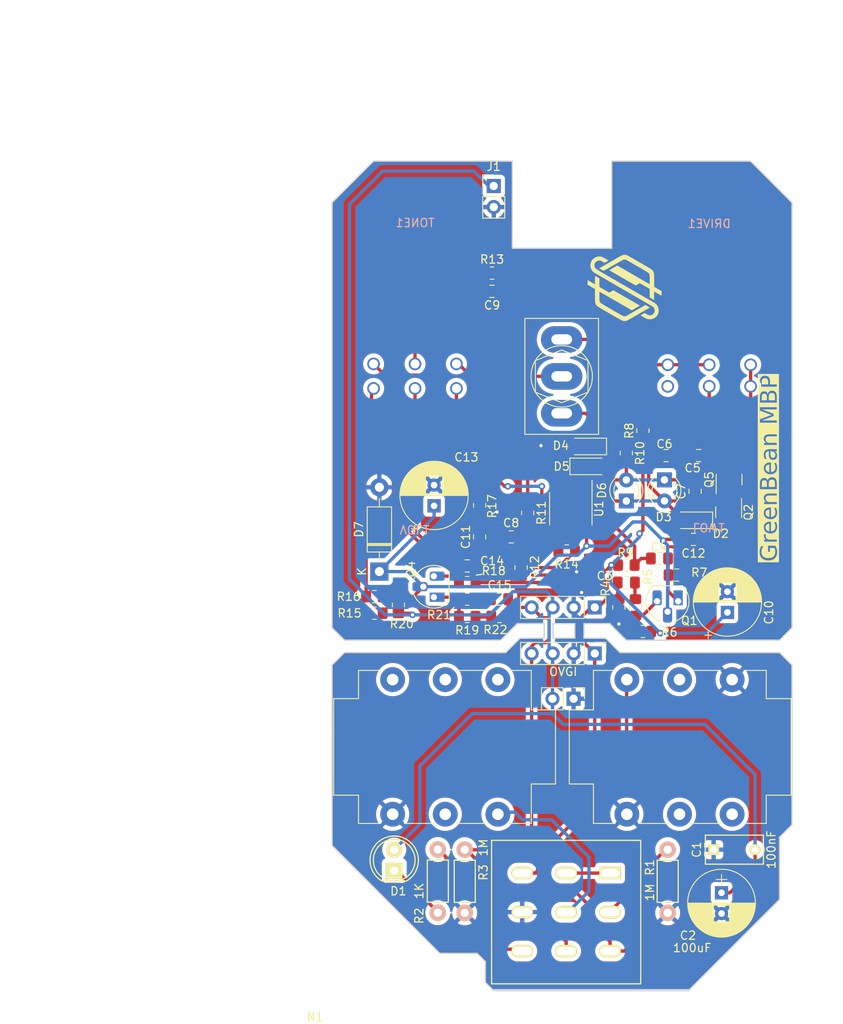
<source format=kicad_pcb>
(kicad_pcb (version 20221018) (generator pcbnew)
  (layers (0 "F.Cu" signal) (31 "B.Cu" signal) (34 "B.Paste" user) (35 "F.Paste" user) (36 "B.SilkS" user "B.Silkscreen") (37 "F.SilkS" user "F.Silkscreen") (38 "B.Mask" user) (39 "F.Mask" user) (44 "Edge.Cuts" user))
  (net 0 "")
  (net 1 "GND")
  (net 2 "+9V")
  (net 3 "Net-(D1-K)")
  (net 4 "O")
  (net 5 "I")
  (net 6 "Net-(SW1C-C)")
  (net 7 "Net-(C3-Pad2)")
  (net 8 "Net-(Q1-E)")
  (net 9 "Net-(U1A-+)")
  (net 10 "Net-(SW1A-A)")
  (net 14 "Net-(SW1A-B)")
  (net 18 "Net-(SW1B-B)")
  (net 20 "Net-(C5-Pad1)")
  (net 21 "Net-(C5-Pad2)")
  (net 22 "A")
  (net 23 "B")
  (net 24 "Net-(U1B-+)")
  (net 25 "Net-(C9-Pad1)")
  (net 26 "Net-(C9-Pad2)")
  (net 27 "VB")
  (net 28 "Net-(C11-Pad1)")
  (net 29 "Net-(C11-Pad2)")
  (net 30 "VC")
  (net 31 "Net-(C14-Pad1)")
  (net 32 "Net-(Q4-B)")
  (net 33 "Net-(C15-Pad1)")
  (net 34 "Net-(D2-K)")
  (net 35 "Net-(D4-K)")
  (net 36 "Net-(DRIVE1-Pad2)")
  (net 38 "Net-(Q1-B)")
  (net 39 "Net-(Q4-E)")
  (net 40 "Net-(U1B--)")
  (net 41 "Net-(R17-Pad2)")
  (net 42 "Net-(Q2-D)")
  (footprint "Pedal-Components:3PDT-Footswitch" (layer "F.Cu") (at 143.25 142.525 180)
    (fp_text reference "SW1" hide)
    (fp_text value "SW_3PDT" hide)
  )
  (footprint "Connector_Audio:Jack_6.35mm_Neutrik_NMJ6HCD2_Horizontal" (layer "F.Cu") (at 135.01 130.73 180)
    (fp_text reference "J3" hide)
    (fp_text value "NMJ6HCD2")
  )
  (footprint "Connector_PinHeader_2.54mm:PinHeader_1x02_P2.54mm_Vertical" (layer "F.Cu") (at 134.51 55)
    (fp_text reference "J1")
    (fp_text value "V+ GND")
  )
  (footprint "Pin_Headers:Pin_Header_Straight_1x04_Pitch2.54mm" (layer "F.Cu") (at 146.7 111.35 -90)
    (fp_text reference "JOVGI1" hide)
    (fp_text value "OVGI")
  )
  (footprint "Pin_Headers:Pin_Header_Straight_1x04_Pitch2.54mm" (layer "F.Cu") (at 146.7 105.8 -90)
    (fp_text reference "JOVGI2" hide)
    (fp_text value "OVGI" hide)
  )
  (footprint "Capacitors_THT:CP_Radial_D8.0mm_P2.50mm" (layer "F.Cu") (at 162 140.2 -90)
    (fp_text reference "C2")
    (fp_text value "100uF")
  )
  (footprint "LEDs:LED-5MM" (layer "F.Cu") (at 122.5 137.54 90)
    (fp_text reference "D1")
    (fp_text value "LED" hide)
  )
  (footprint "Resistors_ThroughHole:Resistor_Horizontal_RM7mm" (layer "F.Cu") (at 155.5 135 -90)
    (fp_text reference "R1")
    (fp_text value "1M")
  )
  (footprint "Resistors_ThroughHole:Resistor_Horizontal_RM7mm" (layer "F.Cu") (at 127.76 142.6 90)
    (fp_text reference "R2")
    (fp_text value "1K")
  )
  (footprint "Resistors_ThroughHole:Resistor_Horizontal_RM7mm" (layer "F.Cu") (at 131.01 135 -90)
    (fp_text reference "R3")
    (fp_text value "1M")
  )
  (footprint "Capacitors_ThroughHole:C_Rect_L7_W3.5_P5" (layer "F.Cu") (at 161.05 135)
    (fp_text reference "C1")
    (fp_text value "100nF")
  )
  (footprint "Connector_PinHeader_2.54mm:PinHeader_1x02_P2.54mm_Vertical" (layer "F.Cu") (at 144.14 116.81 -90)
    (fp_text reference "J4" hide)
    (fp_text value "V+ GND")
  )
  (footprint "Connector_Audio:Jack_6.35mm_Neutrik_NMJ6HCD2_Horizontal" (layer "F.Cu") (at 150.575 114.5)
    (fp_text reference "J2" hide)
    (fp_text value "NMJ6HCD2")
  )
  (footprint "Resistor_SMD:R_0805_2012Metric_Pad1.20x1.40mm_HandSolder" (layer "F.Cu") (at 143.31 99)
    (fp_text reference "R14")
    (fp_text value "1k")
  )
  (footprint "Pedal-Components:SW_Toggle_Blue_wSlots" (layer "F.Cu") (at 142.71 77.95 90)
    (fp_text reference "SW2" hide)
    (fp_text value "SW_SPDT")
  )
  (footprint "LED_THT:LED_D3.0mm" (layer "F.Cu") (at 150.51 92.975 90)
    (fp_text reference "D6")
    (fp_text value "LED")
  )
  (footprint "Resistor_SMD:R_0805_2012Metric_Pad1.20x1.40mm_HandSolder" (layer "F.Cu") (at 131.31 106.9 180)
    (fp_text reference "R19")
    (fp_text value "10k")
  )
  (footprint "LED_THT:LED_D3.0mm" (layer "F.Cu") (at 155.11 90.425 -90)
    (fp_text reference "D3")
    (fp_text value "LED")
  )
  (footprint "Resistor_SMD:R_0805_2012Metric_Pad1.20x1.40mm_HandSolder" (layer "F.Cu") (at 137.81 101 -90)
    (fp_text reference "R12")
    (fp_text value "10k")
  )
  (footprint "Capacitor_SMD:C_0805_2012Metric_Pad1.18x1.45mm_HandSolder" (layer "F.Cu") (at 136.61 97.3)
    (fp_text reference "C8")
    (fp_text value "220n")
  )
  (footprint "Resistor_SMD:R_0805_2012Metric_Pad1.20x1.40mm_HandSolder" (layer "F.Cu") (at 135.21 106.9)
    (fp_text reference "R22")
    (fp_text value "10k")
  )
  (footprint "Package_SO:SO-8_3.9x4.9mm_P1.27mm" (layer "F.Cu") (at 143.81 93.9 -90)
    (fp_text reference "U1")
    (fp_text value "RC4558")
  )
  (footprint "Resistor_SMD:R_0805_2012Metric_Pad1.20x1.40mm_HandSolder" (layer "F.Cu") (at 123.01 105.5 -90)
    (fp_text reference "R20")
    (fp_text value "47R")
  )
  (footprint "Diode_SMD:D_SOD-123F" (layer "F.Cu") (at 145.91 88.8)
    (fp_text reference "D5")
    (fp_text value "1N914")
  )
  (footprint "Capacitor_SMD:C_0805_2012Metric_Pad1.18x1.45mm_HandSolder" (layer "F.Cu") (at 154.51 99.9 180)
    (fp_text reference "C4")
    (fp_text value "1u")
  )
  (footprint "Diode_SMD:D_SOD-123F" (layer "F.Cu") (at 145.91 86.4 180)
    (fp_text reference "D4")
    (fp_text value "1N914")
  )
  (footprint "Capacitor_THT:CP_Radial_D8.0mm_P2.50mm" (layer "F.Cu") (at 127.31 93.552651 90)
    (fp_text reference "C13")
    (fp_text value "100uF")
  )
  (footprint "Capacitor_SMD:C_0805_2012Metric_Pad1.18x1.45mm_HandSolder" (layer "F.Cu") (at 155.31 87.5 180)
    (fp_text reference "C6")
    (fp_text value "47n")
  )
  (footprint "Resistor_SMD:R_0805_2012Metric_Pad1.20x1.40mm_HandSolder" (layer "F.Cu") (at 156.61 101.9 180)
    (fp_text reference "R7")
    (fp_text value "10k")
  )
  (footprint "Capacitor_SMD:C_0805_2012Metric_Pad1.18x1.45mm_HandSolder" (layer "F.Cu") (at 150.51 102.8)
    (fp_text reference "C3")
    (fp_text value "20n")
  )
  (footprint "Resistor_SMD:R_0805_2012Metric_Pad1.20x1.40mm_HandSolder" (layer "F.Cu") (at 138.61 94.4 -90)
    (fp_text reference "R11")
    (fp_text value "1k")
  )
  (footprint "Pedal-Components:tkw" (layer "F.Cu") (at 150.26 67.3)
    (fp_text reference "G***" hide)
    (fp_text value "LOGO" hide)
  )
  (footprint "Resistor_SMD:R_0805_2012Metric_Pad1.20x1.40mm_HandSolder" (layer "F.Cu") (at 134.31 65.5)
    (fp_text reference "R13")
    (fp_text value "220R")
  )
  (footprint "Capacitor_SMD:C_0805_2012Metric_Pad1.18x1.45mm_HandSolder" (layer "F.Cu") (at 158.61 97.6 180)
    (fp_text reference "C12")
    (fp_text value "220n")
  )
  (footprint "Resistor_SMD:R_0805_2012Metric_Pad1.20x1.40mm_HandSolder" (layer "F.Cu") (at 151.61 105.8 90)
    (fp_text reference "R5")
    (fp_text value "1k")
  )
  (footprint "Capacitor_SMD:C_0805_2012Metric_Pad1.18x1.45mm_HandSolder" (layer "F.Cu") (at 134.31 67.7 180)
    (fp_text reference "C9")
    (fp_text value "220n")
  )
  (footprint "Resistor_SMD:R_0805_2012Metric_Pad1.20x1.40mm_HandSolder" (layer "F.Cu") (at 150.51 100.7 180)
    (fp_text reference "R9")
    (fp_text value "10k")
  )
  (footprint "Package_TO_SOT_THT:TO-92L_HandSolder" (layer "F.Cu") (at 156.76 105.05 180)
    (fp_text reference "Q1")
    (fp_text value "2SC1815")
  )
  (footprint "Resistor_SMD:R_0805_2012Metric_Pad1.20x1.40mm_HandSolder" (layer "F.Cu") (at 152.51 108.7)
    (fp_text reference "R6")
    (fp_text value "510k")
  )
  (footprint "Resistor_SMD:R_0805_2012Metric_Pad1.20x1.40mm_HandSolder" (layer "F.Cu") (at 120.11 104.5)
    (fp_text reference "R16")
    (fp_text value "10k")
  )
  (footprint "Capacitor_THT:CP_Radial_D8.0mm_P2.50mm" (layer "F.Cu") (at 162.71 106.4 90)
    (fp_text reference "C10")
    (fp_text value "10uF")
  )
  (footprint "Resistor_SMD:R_0805_2012Metric_Pad1.20x1.40mm_HandSolder" (layer "F.Cu") (at 131.31 102.8)
    (fp_text reference "R18")
    (fp_text value "510k")
  )
  (footprint "Capacitor_SMD:C_0805_2012Metric_Pad1.18x1.45mm_HandSolder" (layer "F.Cu") (at 132.81 97.3 90)
    (fp_text reference "C11")
    (fp_text value "1u")
  )
  (footprint "Capacitor_SMD:C_0805_2012Metric_Pad1.18x1.45mm_HandSolder" (layer "F.Cu") (at 131.31 100.8 180)
    (fp_text reference "C14")
    (fp_text value "100n")
  )
  (footprint "Capacitor_SMD:C_0805_2012Metric_Pad1.18x1.45mm_HandSolder" (layer "F.Cu") (at 159.2475 87.5)
    (fp_text reference "C5")
    (fp_text value "150n")
  )
  (footprint "Resistor_SMD:R_0805_2012Metric_Pad1.20x1.40mm_HandSolder" (layer "F.Cu") (at 131.31 104.8)
    (fp_text reference "R21")
    (fp_text value "100R")
  )
  (footprint "Package_TO_SOT_THT:TO-92L_HandSolder" (layer "F.Cu") (at 127.28 104.57 90)
    (fp_text reference "Q4")
    (fp_text value "2SC1815")
  )
  (footprint "Package_TO_SOT_SMD:SOT-23" (layer "F.Cu") (at 162.91 90.4 90)
    (fp_text reference "Q5")
    (fp_text value "2N7002")
  )
  (footprint "Resistor_SMD:R_0805_2012Metric_Pad1.20x1.40mm_HandSolder" (layer "F.Cu") (at 152.51 84.5 90)
    (fp_text reference "R8")
    (fp_text value "4k7")
  )
  (footprint "Pedal-Components:1590B" (layer "F.Cu") (at 112.94 154.659085)
    (fp_text reference "N1")
    (fp_text value "Housing")
  )
  (footprint "Resistor_SMD:R_0805_2012Metric_Pad1.20x1.40mm_HandSolder" (layer "F.Cu") (at 150.51 87.2 -90)
    (fp_text reference "R10")
    (fp_text value "51k")
  )
  (footprint "Capacitor_SMD:C_0805_2012Metric_Pad1.18x1.45mm_HandSolder" (layer "F.Cu") (at 158.81 91.8 90)
    (fp_text reference "C7")
    (fp_text value "51p")
  )
  (footprint "Capacitor_SMD:C_0805_2012Metric_Pad1.18x1.45mm_HandSolder" (layer "F.Cu") (at 135.21 104.8)
    (fp_text reference "C15")
    (fp_text value "1u")
  )
  (footprint "Package_TO_SOT_SMD:SOT-23" (layer "F.Cu") (at 162.86 94.3375 -90)
    (fp_text reference "Q2")
    (fp_text value "2N7002")
  )
  (footprint "Resistor_SMD:R_0805_2012Metric_Pad1.20x1.40mm_HandSolder" (layer "F.Cu") (at 132.81 93.5 90)
    (fp_text reference "R17")
    (fp_text value "1k")
  )
  (footprint "Diode_SMD:D_SOD-123F" (layer "F.Cu") (at 158.71 95.3 180)
    (fp_text reference "D2")
    (fp_text value "BAT41")
  )
  (footprint "Resistor_SMD:R_0805_2012Metric_Pad1.20x1.40mm_HandSolder" (layer "F.Cu") (at 120.11 106.5)
    (fp_text reference "R15")
    (fp_text value "10k")
  )
  (footprint "Resistor_SMD:R_0805_2012Metric_Pad1.20x1.40mm_HandSolder" (layer "F.Cu") (at 149.61 105.8 90)
    (fp_text reference "R4")
    (fp_text value "1M")
  )
  (footprint "Diode_THT:D_DO-41_SOD81_P10.16mm_Horizontal" (layer "F.Cu") (at 120.71 101.48 90)
    (fp_text reference "D7")
    (fp_text value "1N4001")
  )
  (footprint "Pedal-Components:Potentiometer_ALPHA_RV16106N" (layer "B.Cu") (at 160.51 95.654168)
    (fp_text reference "LOW1")
    (fp_text value "20KB")
  )
  (footprint "Pedal-Components:Potentiometer_ALPHA_RV16106N" (layer "B.Cu") (at 125.01 59.945832 180)
    (fp_text reference "TONE1")
    (fp_text value "20KB")
  )
  (footprint "Pedal-Components:Potentiometer_ALPHA_RV16106N" (layer "B.Cu") (at 160.51 60.05 180)
    (fp_text reference "DRIVE1")
    (fp_text value "500KA")
  )
  (footprint "Pedal-Components:Potentiometer_ALPHA_RV16106N" (layer "B.Cu") (at 125.01 95.904168)
    (fp_text reference "VOL1")
    (fp_text value "100KB")
  )
  (gr_line (start 129.21 106.3) (end 129.71 105.8) (stroke (width 0.15)) (layer "F.SilkS"))
  (gr_line (start 133.11 101.8) (end 132.41 101.9) (stroke (width 0.15)) (layer "F.SilkS"))
  (gr_line (start 145.4 107.75) (end 148.5 107.75) (stroke (width 0.15)) (layer "Edge.Cuts"))
  (gr_line (start 137.7 109.5) (end 140.6 109.5) (stroke (width 0.15)) (layer "Edge.Cuts"))
  (gr_line (start 128 147.5) (end 127 146.5) (stroke (width 0.15)) (layer "Edge.Cuts"))
  (gr_line (start 115 134.5) (end 115 121) (stroke (width 0.15)) (layer "Edge.Cuts"))
  (gr_line (start 135.35 109.75) (end 116.5 109.75) (stroke (width 0.15)) (layer "Edge.Cuts"))
  (gr_line (start 145.4 109.5) (end 148 109.5) (stroke (width 0.15)) (layer "Edge.Cuts"))
  (gr_line (start 148.75 62.5) (end 148.75 52) (stroke (width 0.15)) (layer "Edge.Cuts"))
  (gr_line (start 127 146.5) (end 115 134.5) (stroke (width 0.15)) (layer "Edge.Cuts"))
  (gr_line (start 115 57) (end 115 108.25) (stroke (width 0.15)) (layer "Edge.Cuts"))
  (gr_line (start 169 141) (end 158 152) (stroke (width 0.15)) (layer "Edge.Cuts"))
  (gr_line (start 133.5 151) (end 133.5 148.5) (stroke (width 0.15)) (layer "Edge.Cuts"))
  (gr_line (start 149.75 111.25) (end 164.75 111.25) (stroke (width 0.15)) (layer "Edge.Cuts"))
  (gr_line (start 148.5 107.75) (end 150.5 109.75) (stroke (width 0.15)) (layer "Edge.Cuts"))
  (gr_line (start 165.5 52) (end 170.5 57) (stroke (width 0.15)) (layer "Edge.Cuts"))
  (gr_line (start 169 109.75) (end 170.5 108.25) (stroke (width 0.15)) (layer "Edge.Cuts"))
  (gr_line (start 169 133.5) (end 170.5 132) (stroke (width 0.15)) (layer "Edge.Cuts"))
  (gr_line (start 116.5 109.75) (end 115 108.25) (stroke (width 0.15)) (layer "Edge.Cuts"))
  (gr_line (start 140.6 107.75) (end 140.6 109.5) (stroke (width 0.15)) (layer "Edge.Cuts"))
  (gr_line (start 137.35 107.75) (end 135.35 109.75) (stroke (width 0.15)) (layer "Edge.Cuts"))
  (gr_line (start 115 57) (end 120 52) (stroke (width 0.15)) (layer "Edge.Cuts"))
  (gr_line (start 170.5 85) (end 170.5 57) (stroke (width 0.15)) (layer "Edge.Cuts"))
  (gr_line (start 136.75 62.5) (end 148.75 62.5) (stroke (width 0.15)) (layer "Edge.Cuts"))
  (gr_line (start 136.75 52) (end 120 52) (stroke (width 0.15)) (layer "Edge.Cuts"))
  (gr_line (start 170.5 112.75) (end 169 111.25) (stroke (width 0.15)) (layer "Edge.Cuts"))
  (gr_line (start 135.95 111.25) (end 117 111.25) (stroke (width 0.15)) (layer "Edge.Cuts"))
  (gr_line (start 134.5 152) (end 158 152) (stroke (width 0.15)) (layer "Edge.Cuts"))
  (gr_line (start 116.5 109.75) (end 116.5 109.75) (stroke (width 0.15)) (layer "Edge.Cuts"))
  (gr_line (start 137.7 109.5) (end 135.95 111.25) (stroke (width 0.15)) (layer "Edge.Cuts"))
  (gr_line (start 169 133.5) (end 169 141) (stroke (width 0.15)) (layer "Edge.Cuts"))
  (gr_line (start 170.5 108.25) (end 170.5 85) (stroke (width 0.15)) (layer "Edge.Cuts"))
  (gr_line (start 136.75 52) (end 136.75 62.5) (stroke (width 0.15)) (layer "Edge.Cuts"))
  (gr_line (start 134.5 152) (end 133.5 151) (stroke (width 0.15)) (layer "Edge.Cuts"))
  (gr_line (start 133.5 148.5) (end 132.5 147.5) (stroke (width 0.15)) (layer "Edge.Cuts"))
  (gr_rect (start 141.67 107.76) (end 144.29 109.49) (stroke (width 0.15)) (fill none) (layer "Edge.Cuts"))
  (gr_line (start 115 112.75) (end 115 121) (stroke (width 0.15)) (layer "Edge.Cuts"))
  (gr_line (start 148.75 52) (end 165.5 52) (stroke (width 0.15)) (layer "Edge.Cuts"))
  (gr_line (start 132.5 147.5) (end 128.5 147.5) (stroke (width 0.15)) (layer "Edge.Cuts"))
  (gr_line (start 145.4 107.75) (end 145.4 109.5) (stroke (width 0.15)) (layer "Edge.Cuts"))
  (gr_line (start 169 111.25) (end 164.75 111.25) (stroke (width 0.15)) (layer "Edge.Cuts"))
  (gr_line (start 116.5 111.25) (end 115 112.75) (stroke (width 0.15)) (layer "Edge.Cuts"))
  (gr_line (start 148 109.5) (end 149.75 111.25) (stroke (width 0.15)) (layer "Edge.Cuts"))
  (gr_line (start 170.5 132) (end 170.5 112.75) (stroke (width 0.15)) (layer "Edge.Cuts"))
  (gr_line (start 128.5 147.5) (end 128 147.5) (stroke (width 0.15)) (layer "Edge.Cuts"))
  (gr_line (start 137.35 107.75) (end 140.6 107.75) (stroke (width 0.15)) (layer "Edge.Cuts"))
  (gr_line (start 150.5 109.75) (end 169 109.75) (stroke (width 0.15)) (layer "Edge.Cuts"))
  (gr_line (start 117 111.25) (end 116.5 111.25) (stroke (width 0.15)) (layer "Edge.Cuts"))
  (gr_text "GreenBean MBP" (at 169.01 100.3 90) (layer "F.SilkS" knockout) (effects (font (size 2 2) (thickness 0.15) italic) (justify left bottom)))
  (via (at 134.91 94.3) (size 0.8) (drill 0.4) (layers "F.Cu" "B.Cu") (net 1))
  (via (at 140.21 86.3) (size 0.8) (drill 0.4) (layers "F.Cu" "B.Cu") (net 1))
  (via (at 144.51 101.5) (size 0.8) (drill 0.4) (layers "F.Cu" "B.Cu") (net 1))
  (via (at 145.11 104) (size 0.8) (drill 0.4) (layers "F.Cu" "B.Cu") (net 1))
  (via (at 149.61 107.8) (size 0.8) (drill 0.4) (layers "F.Cu" "B.Cu") (net 1))
  (segment (start 144.16 105.8) (end 144.16 106.44) (width 0.4) (layer "B.Cu") (net 1))
  (segment (start 144.75 107.03) (end 144.75 110.76) (width 0.4) (layer "B.Cu") (net 1))
  (segment (start 144.75 110.76) (end 144.16 111.35) (width 0.4) (layer "B.Cu") (net 1))
  (segment (start 144.16 106.44) (end 144.75 107.03) (width 0.4) (layer "B.Cu") (net 1))
  (segment (start 162 140.2) (end 163 140.2) (width 0.4) (layer "F.Cu") (net 2))
  (segment (start 124.71 106.5) (end 124.91 106.7) (width 0.4) (layer "F.Cu") (net 2))
  (segment (start 163 140.2) (end 166.05 137.15) (width 0.4) (layer "F.Cu") (net 2))
  (segment (start 166.05 137.15) (end 166.05 135.919238) (width 0.4) (layer "F.Cu") (net 2))
  (segment (start 166.05 135.919238) (end 166.05 135) (width 0.4) (layer "F.Cu") (net 2))
  (segment (start 124.91 106.7) (end 124.71 106.7) (width 0.4) (layer "F.Cu") (net 2))
  (segment (start 123.01 106.5) (end 124.71 106.5) (width 0.4) (layer "F.Cu") (net 2))
  (via (at 124.71 106.7) (size 0.8) (drill 0.4) (layers "F.Cu" "B.Cu") (net 2))
  (segment (start 134.51 55) (end 133.91 55) (width 0.4) (layer "B.Cu") (net 2))
  (segment (start 125.6 131.9) (end 122.5 135) (width 0.4) (layer "B.Cu") (net 2))
  (segment (start 141.19 110.92) (end 141.62 111.35) (width 0.4) (layer "B.Cu") (net 2))
  (segment (start 141.65 105.77) (end 141.62 105.8) (width 0.4) (layer "B.Cu") (net 2))
  (segment (start 140.91 103.9) (end 141.62 104.61) (width 0.4) (layer "B.Cu") (net 2))
  (segment (start 141.6 118.6) (end 142.9 119.9) (width 0.4) (layer "B.Cu") (net 2))
  (segment (start 131.9 118.6) (end 125.6 124.9) (width 0.4) (layer "B.Cu") (net 2))
  (segment (start 141.19 106.23) (end 141.19 110.92) (width 0.4) (layer "B.Cu") (net 2))
  (segment (start 134.01 106.7) (end 136.81 103.9) (width 0.4) (layer "B.Cu") (net 2))
  (segment (start 141.62 111.35) (end 141.62 112.552081) (width 0.4) (layer "B.Cu") (net 2))
  (segment (start 141.6 112.572081) (end 141.6 118.1) (width 0.4) (layer "B.Cu") (net 2))
  (segment (start 160 119.9) (end 166.05 125.95) (width 0.4) (layer "B.Cu") (net 2))
  (segment (start 141.6 118.1) (end 141.6 118.6) (width 0.4) (layer "B.Cu") (net 2))
  (segment (start 125.6 124.9) (end 125.6 131.9) (width 0.4) (layer "B.Cu") (net 2))
  (segment (start 132.11 53.2) (end 121.11 53.2) (width 0.4) (layer "B.Cu") (net 2))
  (segment (start 124.71 106.7) (end 134.01 106.7) (width 0.4) (layer "B.Cu") (net 2))
  (segment (start 121.41 106.7) (end 124.71 106.7) (width 0.4) (layer "B.Cu") (net 2))
  (segment (start 141.6 116.81) (end 141.6 118.1) (width 0.4) (layer "B.Cu") (net 2))
  (segment (start 136.81 103.9) (end 140.91 103.9) (width 0.4) (layer "B.Cu") (net 2))
  (segment (start 121.11 53.2) (end 117.11 57.2) (width 0.4) (layer "B.Cu") (net 2))
  (segment (start 142.9 119.9) (end 160 119.9) (width 0.4) (layer "B.Cu") (net 2))
  (segment (start 141.62 112.552081) (end 141.6 112.572081) (width 0.4) (layer "B.Cu") (net 2))
  (segment (start 166.05 125.95) (end 166.05 135) (width 0.4) (layer "B.Cu") (net 2))
  (segment (start 141.62 105.8) (end 141.19 106.23) (width 0.4) (layer "B.Cu") (net 2))
  (segment (start 117.11 57.2) (end 117.11 102.4) (width 0.4) (layer "B.Cu") (net 2))
  (segment (start 133.91 55) (end 132.11 53.2) (width 0.4) (layer "B.Cu") (net 2))
  (segment (start 117.11 102.4) (end 121.41 106.7) (width 0.4) (layer "B.Cu") (net 2))
  (segment (start 141.6 118.6) (end 131.9 118.6) (width 0.4) (layer "B.Cu") (net 2))
  (segment (start 141.62 104.61) (end 141.62 105.8) (width 0.4) (layer "B.Cu") (net 2))
  (segment (start 126.750511 141.500511) (end 127.75 142.5) (width 0.4) (layer "F.Cu") (net 3))
  (segment (start 122.5 137.5) (end 122.75 137.5) (width 0.4) (layer "F.Cu") (net 3))
  (segment (start 122.75 137.5) (end 126.750511 141.500511) (width 0.4) (layer "F.Cu") (net 3))
  (segment (start 139.08 111.35) (end 139.08 132.92) (width 0.4) (layer "F.Cu") (net 4))
  (segment (start 141.19 109.62) (end 140.76 110.05) (width 0.4) (layer "F.Cu") (net 4))
  (segment (start 139.08 105.8) (end 140.33 107.05) (width 0.4) (layer "F.Cu") (net 4))
  (segment (start 140.76 110.05) (end 139.51 110.05) (width 0.4) (layer "F.Cu") (net 4))
  (segment (start 141.01 107.05) (end 141.19 107.23) (width 0.4) (layer "F.Cu") (net 4))
  (segment (start 131 135.02) (end 131.22 135.02) (width 0.4) (layer "F.Cu") (net 4))
  (segment (start 137.2475 105.8) (end 136.2475 104.8) (width 0.4) (layer "F.Cu") (net 4))
  (segment (start 140.6 143.425) (end 143.25 146.075) (width 0.4) (layer "F.Cu") (net 4))
  (segment (start 136.98 135.02) (end 131 135.02) (width 0.4) (layer "F.Cu") (net 4))
  (segment (start 136.2475 104.8) (end 136.2475 106.8625) (width 0.4) (layer "F.Cu") (net 4))
  (segment (start 139.08 132.92) (end 136.98 135.02) (width 0.4) (layer "F.Cu") (net 4))
  (segment (start 139.51 110.05) (end 139.08 110.48) (width 0.4) (layer "F.Cu") (net 4))
  (segment (start 139.08 110.48) (end 139.08 111.35) (width 0.4) (layer "F.Cu") (net 4))
  (segment (start 140.33 107.05) (end 141.01 107.05) (width 0.4) (layer "F.Cu") (net 4))
  (segment (start 132.079489 135.879489) (end 136.4 140.2) (width 0.4) (layer "F.Cu") (net 4))
  (segment (start 139.08 105.8) (end 137.2475 105.8) (width 0.4) (layer "F.Cu") (net 4))
  (segment (start 143.25 146.075) (end 143.25 147.225) (width 0.4) (layer "F.Cu") (net 4))
  (segment (start 131.22 135.02) (end 132.079489 135.879489) (width 0.4) (layer "F.Cu") (net 4))
  (segment (start 140.6 141.6) (end 140.6 143.425) (width 0.4) (layer "F.Cu") (net 4))
  (segment (start 141.19 107.23) (end 141.19 109.62) (width 0.4) (layer "F.Cu") (net 4))
  (segment (start 139.2 140.2) (end 140.6 141.6) (width 0.4) (layer "F.Cu") (net 4))
  (segment (start 136.2475 106.8625) (end 136.21 106.9) (width 0.4) (layer "F.Cu") (net 4))
  (segment (start 136.4 140.2) (end 139.2 140.2) (width 0.4) (layer "F.Cu") (net 4))
  (segment (start 148.55 146.075) (end 145.9 143.425) (width 0.4) (layer "F.Cu") (net 5))
  (segment (start 151.925 145.575) (end 152.5 145) (width 0.4) (layer "F.Cu") (net 5))
  (segment (start 148.55 147.225) (end 148.55 146.075) (width 0.4) (layer "F.Cu") (net 5))
  (segment (start 152.5 145) (end 152.5 141.5) (width 0.4) (layer "F.Cu") (net 5))
  (segment (start 146.7 111.35) (end 146.7 115.62) (width 0.4) (layer "F.Cu") (net 5))
  (segment (start 141.6 140.1) (end 140.5 139) (width 0.4) (layer "F.Cu") (net 5))
  (segment (start 145 130.8) (end 145 124.64) (width 0.4) (layer "F.Cu") (net 5))
  (segment (start 139.8 137.525) (end 139.8 136) (width 0.4) (layer "F.Cu") (net 5))
  (segment (start 151.9 145.575) (end 151.925 145.575) (width 0.4) (layer "F.Cu") (net 5))
  (segment (start 145 124.64) (end 146.7 122.94) (width 0.4) (layer "F.Cu") (net 5))
  (segment (start 154 140) (end 154 136.25) (width 0.4) (layer "F.Cu") (net 5))
  (segment (start 139.825 137.825) (end 139.5 137.825) (width 0.4) (layer "F.Cu") (net 5))
  (segment (start 148.11 104.8) (end 149.61 104.8) (width 0.4) (layer "F.Cu") (net 5))
  (segment (start 139.8 136) (end 145 130.8) (width 0.4) (layer "F.Cu") (net 5))
  (segment (start 140.5 138.5) (end 139.825 137.825) (width 0.4) (layer "F.Cu") (net 5))
  (segment (start 147.11 105.8) (end 148.11 104.8) (width 0.4) (layer "F.Cu") (net 5))
  (segment (start 154 136.25) (end 155.5 134.75) (width 0.4) (layer "F.Cu") (net 5))
  (segment (start 146.26 105.8) (end 144.76 107.3) (width 0.4) (layer "F.Cu") (net 5))
  (segment (start 146.7 105.8) (end 146.26 105.8) (width 0.4) (layer "F.Cu") (net 5))
  (segment (start 146.7 105.8) (end 147.11 105.8) (width 0.4) (layer "F.Cu") (net 5))
  (segment (start 149.4725 102.8) (end 149.4725 104.6625) (width 0.4) (layer "F.Cu") (net 5))
  (segment (start 149.4725 104.6625) (end 149.61 104.8) (width 0.4) (layer "F.Cu") (net 5))
  (segment (start 140.5 139) (end 140.5 138.5) (width 0.4) (layer "F.Cu") (net 5))
  (segment (start 145.9 141.6) (end 144.4 140.1) (width 0.4) (layer "F.Cu") (net 5))
  (segment (start 144.76 107.3) (end 144.76 109.41) (width 0.4) (layer "F.Cu") (net 5))
  (segment (start 150.25 147.225) (end 151.9 145.575) (width 0.4) (layer "F.Cu") (net 5))
  (segment (start 137.95 137.825) (end 139.5 137.825) (width 0.4) (layer "F.Cu") (net 5))
  (segment (start 148.55 147.225) (end 150.25 147.225) (width 0.4) (layer "F.Cu") (net 5))
  (segment (start 144.4 140.1) (end 141.6 140.1) (width 0.4) (layer "F.Cu") (net 5))
  (segment (start 139.5 137.825) (end 139.8 137.525) (width 0.4) (layer "F.Cu") (net 5))
  (segment (start 144.76 109.41) (end 146.7 111.35) (width 0.4) (layer "F.Cu") (net 5))
  (segment (start 146.7 115.62) (end 146.7 122.94) (width 0.4) (layer "F.Cu") (net 5))
  (segment (start 145.9 143.425) (end 145.9 141.6) (width 0.4) (layer "F.Cu") (net 5))
  (segment (start 152.5 141.5) (end 154 140) (width 0.4) (layer "F.Cu") (net 5))
  (segment (start 133.2 139.9) (end 134.2 140.9) (width 0.4) (layer "F.Cu") (net 6))
  (segment (start 130.9 139.9) (end 133.2 139.9) (width 0.4) (layer "F.Cu") (net 6))
  (segment (start 137.725 147) (end 137.95 147.225) (width 0.4) (layer "F.Cu") (net 6))
  (segment (start 128.749489 137.749489) (end 130.9 139.9) (width 0.4) (layer "F.Cu") (net 6))
  (segment (start 128.749489 135.879489) (end 128.749489 137.749489) (width 0.4) (layer "F.Cu") (net 6))
  (segment (start 134.2 140.9) (end 134.2 145.1) (width 0.4) (layer "F.Cu") (net 6))
  (segment (start 127.75 135) (end 127.87 135) (width 0.4) (layer "F.Cu") (net 6))
  (segment (start 127.87 135) (end 128.749489 135.879489) (width 0.4) (layer "F.Cu") (net 6))
  (segment (start 134.2 145.1) (end 136.1 147) (width 0.4) (layer "F.Cu") (net 6))
  (segment (start 136.1 147) (end 137.725 147) (width 0.4) (layer "F.Cu") (net 6))
  (segment (start 151.5475 102.8) (end 151.5475 104.7375) (width 0.4) (layer "F.Cu") (net 7))
  (segment (start 151.5475 104.7375) (end 151.61 104.8) (width 0.4) (layer "F.Cu") (net 7))
  (segment (start 155.5475 99.9) (end 155.5475 103.8375) (width 0.4) (layer "F.Cu") (net 8))
  (segment (start 155.5475 103.8375) (end 156.76 105.05) (width 0.4) (layer "F.Cu") (net 8))
  (segment (start 152.31 99.9) (end 151.51 100.7) (width 0.4) (layer "F.Cu") (net 9))
  (segment (start 151.51 98.4) (end 146.91 93.8) (width 0.4) (layer "F.Cu") (net 9))
  (segment (start 144.21 93.8) (end 143.175 92.765) (width 0.4) (layer "F.Cu") (net 9))
  (segment (start 143.175 92.765) (end 143.175 91.325) (width 0.4) (layer "F.Cu") (net 9))
  (segment (start 146.91 93.8) (end 144.21 93.8) (width 0.4) (layer "F.Cu") (net 9))
  (segment (start 151.51 100.7) (end 151.51 98.4) (width 0.4) (layer "F.Cu") (net 9))
  (segment (start 153.4725 99.9) (end 152.31 99.9) (width 0.4) (layer "F.Cu") (net 9))
  (segment (start 143.25 137.825) (end 144.95 137.825) (width 0.4) (layer "F.Cu") (net 10))
  (segment (start 144.95 137.825) (end 148.55 137.825) (width 0.4) (layer "F.Cu") (net 10))
  (segment (start 150.55 125.42) (end 150.55 114.53) (width 0.4) (layer "F.Cu") (net 14))
  (segment (start 151.5 139.5) (end 151.5 135.82) (width 0.4) (layer "F.Cu") (net 14))
  (segment (start 148.66 134.01) (end 147.48 132.83) (width 0.4) (layer "F.Cu") (net 14))
  (segment (start 149.275 142.525) (end 148.55 142.525) (width 0.4) (layer "F.Cu") (net 14))
  (segment (start 148.55 142.45) (end 151.5 139.5) (width 0.4) (layer "F.Cu") (net 14))
  (segment (start 148.55 142.525) (end 148.55 142.45) (width 0.4) (layer "F.Cu") (net 14))
  (segment (start 149.69 134.01) (end 148.66 134.01) (width 0.4) (layer "F.Cu") (net 14))
  (segment (start 147.48 132.83) (end 147.48 128.49) (width 0.4) (layer "F.Cu") (net 14))
  (segment (start 147.48 128.49) (end 150.55 125.42) (width 0.4) (layer "F.Cu") (net 14))
  (segment (start 151.5 135.82) (end 149.69 134.01) (width 0.4) (layer "F.Cu") (net 14))
  (segment (start 143.45 142.55) (end 143.25 142.55) (width 0.4) (layer "B.Cu") (net 18))
  (segment (start 146 140) (end 143.45 142.55) (width 0.4) (layer "B.Cu") (net 18))
  (segment (start 141.5 131.4) (end 146 135.9) (width 0.4) (layer "B.Cu") (net 18))
  (segment (start 146 135.9) (end 146 140) (width 0.4) (layer "B.Cu") (net 18))
  (segment (start 137.99132 131.4) (end 141.5 131.4) (width 0.4) (layer "B.Cu") (net 18))
  (segment (start 134.95 130.48) (end 137.07132 130.48) (width 0.4) (layer "B.Cu") (net 18))
  (segment (start 137.07132 130.48) (end 137.99132 131.4) (width 0.4) (layer "B.Cu") (net 18))
  (segment (start 156.01 87.1625) (end 156.3475 87.5) (width 0.4) (layer "F.Cu") (net 20))
  (segment (start 154.21 83.5) (end 156.01 85.3) (width 0.4) (layer "F.Cu") (net 20))
  (segment (start 156.01 85.3) (end 156.01 87.1625) (width 0.4) (layer "F.Cu") (net 20))
  (segment (start 152.51 83.5) (end 154.21 83.5) (width 0.4) (layer "F.Cu") (net 20))
  (segment (start 156.3475 87.5) (end 158.21 87.5) (width 0.4) (layer "F.Cu") (net 20))
  (segment (start 160.285 87.5) (end 160.51 87.275) (width 0.4) (layer "F.Cu") (net 21))
  (segment (start 160.51 87.275) (end 160.51 79.154168) (width 0.4) (layer "F.Cu") (net 21))
  (segment (start 145.335 92.975) (end 145.31 93) (width 0.4) (layer "F.Cu") (net 22))
  (segment (start 158.6825 92.965) (end 158.81 92.8375) (width 0.4) (layer "F.Cu") (net 22))
  (segment (start 144.445 88.865) (end 144.51 88.8) (width 0.4) (layer "F.Cu") (net 22))
  (segment (start 144.51 88.8) (end 144.51 86.4) (width 0.4) (layer "F.Cu") (net 22))
  (segment (start 163.01 89.9) (end 159.91 93) (width 0.4) (layer "F.Cu") (net 22))
  (segment (start 158.9725 93) (end 158.81 92.8375) (width 0.4) (layer "F.Cu") (net 22))
  (segment (start 159.91 93) (end 158.9725 93) (width 0.4) (layer "F.Cu") (net 22))
  (segment (start 145.31 93) (end 144.445 92.135) (width 0.4) (layer "F.Cu") (net 22))
  (segment (start 165.51 76.8) (end 165.76 76.55) (width 0.4) (layer "F.Cu") (net 22))
  (segment (start 157.31 95.165) (end 155.11 92.965) (width 0.4) (layer "F.Cu") (net 22))
  (segment (start 165.51 86.8625) (end 165.51 76.8) (width 0.4) (layer "F.Cu") (net 22))
  (segment (start 154.2725 87.5) (end 153.91 87.5) (width 0.4) (layer "F.Cu") (net 22))
  (segment (start 157.31 95.3) (end 157.31 95.165) (width 0.4) (layer "F.Cu") (net 22))
  (segment (start 150.51 92.975) (end 145.335 92.975) (width 0.4) (layer "F.Cu") (net 22))
  (segment (start 162.91 89.4625) (end 165.51 86.8625) (width 0.4) (layer "F.Cu") (net 22))
  (segment (start 144.445 91.325) (end 144.445 88.865) (width 0.4) (layer "F.Cu") (net 22))
  (segment (start 144.445 92.135) (end 144.445 91.325) (width 0.4) (layer "F.Cu") (net 22))
  (segment (start 153.21 91.065) (end 155.11 92.965) (width 0.4) (layer "F.Cu") (net 22))
  (segment (start 155.11 92.965) (end 158.6825 92.965) (width 0.4) (layer "F.Cu") (net 22))
  (segment (start 153.21 88.2) (end 153.21 91.065) (width 0.4) (layer "F.Cu") (net 22))
  (segment (start 153.91 87.5) (end 153.21 88.2) (width 0.4) (layer "F.Cu") (net 22))
  (segment (start 155.11 92.965) (end 150.52 92.965) (width 0.4) (layer "B.Cu") (net 22))
  (segment (start 150.52 92.965) (end 150.51 92.975) (width 0.4) (layer "B.Cu") (net 22))
  (segment (start 145.715 91.325) (end 146.605 90.435) (width 0.4) (layer "F.Cu") (net 23))
  (segment (start 138.76 85.55) (end 138.61 85.7) (width 0.4) (layer "F.Cu") (net 23))
  (segment (start 145.715 85.505) (end 145.01 84.8) (width 0.4) (layer "F.Cu") (net 23))
  (segment (start 138.61 85.7) (end 139.51 84.8) (width 0.4) (layer "F.Cu") (net 23))
  (segment (start 145.715 91.325) (end 145.715 85.505) (width 0.4) (layer "F.Cu") (net 23))
  (segment (start 142.71 77.95) (end 139.61 77.95) (width 0.4) (layer "F.Cu") (net 23))
  (segment (start 158.4725 90.425) (end 158.81 90.7625) (width 0.4) (layer "F.Cu") (net 23))
  (segment (start 144.26 77.95) (end 142.71 77.95) (width 0.4) (layer "F.Cu") (net 23))
  (segment (start 150.51 88.2) (end 150.51 90.435) (width 0.4) (layer "F.Cu") (net 23))
  (segment (start 138.61 93.4) (end 138.61 85.7) (width 0.4) (layer "F.Cu") (net 23))
  (segment (start 145.01 84.8) (end 139.51 84.8) (width 0.4) (layer "F.Cu") (net 23))
  (segment (start 146.605 90.435) (end 150.51 90.435) (width 0.4) (layer "F.Cu") (net 23))
  (segment (start 139.61 77.95) (end 138.76 78.8) (width 0.4) (layer "F.Cu") (net 23))
  (segment (start 155.11 90.425) (end 158.4725 90.425) (width 0.4) (layer "F.Cu") (net 23))
  (segment (start 138.76 78.8) (end 138.76 85.55) (width 0.4) (layer "F.Cu") (net 23))
  (segment (start 150.51 90.435) (end 155.1 90.435) (width 0.4) (layer "B.Cu") (net 23))
  (segment (start 155.1 90.435) (end 155.11 90.425) (width 0.4) (layer "B.Cu") (net 23))
  (segment (start 141.905 96.475) (end 138.51 96.475) (width 0.4) (layer "F.Cu") (net 24))
  (segment (start 138.61 96.375) (end 138.51 96.475) (width 0.4) (layer "F.Cu") (net 24))
  (segment (start 137.71 97.8) (end 137.81 97.7) (width 0.4) (layer "F.Cu") (net 24))
  (segment (start 132.51 78.695832) (end 130.26 76.445832) (width 0.4) (layer "F.Cu") (net 24))
  (segment (start 138.51 96.475) (end 137.785 96.475) (width 0.4) (layer "F.Cu") (net 24))
  (segment (start 132.51 90) (end 132.51 78.695832) (width 0.4) (layer "F.Cu") (net 24))
  (segment (start 137.81 97.7) (end 137.81 96.5) (width 0.4) (layer "F.Cu") (net 24))
  (segment (start 137.785 95.275) (end 132.51 90) (width 0.4) (layer "F.Cu") (net 24))
  (segment (start 137.785 96.475) (end 137.785 95.275) (width 0.4) (layer "F.Cu") (net 24))
  (segment (start 137.81 96.5) (end 137.785 96.475) (width 0.4) (layer "F.Cu") (net 24))
  (segment (start 137.81 100) (end 137.81 97.7) (width 0.4) (layer "F.Cu") (net 24))
  (segment (start 138.61 95.4) (end 138.61 96.375) (width 0.4) (layer "F.Cu") (net 24))
  (segment (start 135.31 67.6625) (end 135.3475 67.7) (width 0.4) (layer "F.Cu") (net 25))
  (segment (start 135.31 65.5) (end 135.31 67.6625) (width 0.4) (layer "F.Cu") (net 25))
  (segment (start 129.61 67.7) (end 125.01 72.3) (width 0.4) (layer "F.Cu") (net 26))
  (segment (start 133.2725 67.7) (end 129.61 67.7) (width 0.4) (layer "F.Cu") (net 26))
  (segment (start 125.01 72.3) (end 125.01 76.445832) (width 0.4) (layer "F.Cu") (net 26))
  (segment (start 153.51 108.7) (end 154.41 108.7) (width 0.4) (layer "F.Cu") (net 27))
  (segment (start 130.51 99.1) (end 126.661472 99.1) (width 0.4) (layer "F.Cu") (net 27))
  (segment (start 154.41 108.7) (end 154.61 108.9) (width 0.4) (layer "F.Cu") (net 27))
  (segment (start 152.51 96.5) (end 152.11 96.9) (width 0.4) (layer "F.Cu") (net 27))
  (segment (start 152.51 85.5) (end 152.51 96.5) (width 0.4) (layer "F.Cu") (net 27))
  (segment (start 137.81 102.8) (end 132.31 102.8) (width 0.4) (layer "F.Cu") (net 27))
  (segment (start 146.61 102.8) (end 137.81 102.8) (width 0.4) (layer "F.Cu") (net 27))
  (segment (start 122.41 94.848528) (end 122.41 85.025) (width 0.4) (layer "F.Cu") (net 27))
  (segment (start 126.661472 99.1) (end 122.41 94.848528) (width 0.4) (layer "F.Cu") (net 27))
  (segment (start 149.51 100.7) (end 148.71 100.7) (width 0.4) (layer "F.Cu") (net 27))
  (segment (start 121.11 106.5) (end 119.11 104.5) (width 0.4) (layer "F.Cu") (net 27))
  (segment (start 131.26 99.85) (end 130.51 99.1) (width 0.4) (layer "F.Cu") (net 27))
  (segment (start 119.76 82.375) (end 119.76 79.404168) (width 0.4) (layer "F.Cu") (net 27))
  (segment (start 137.81 102) (end 137.81 102.8) (width 0.4) (layer "F.Cu") (net 27))
  (segment (start 119.11 98.148528) (end 122.41 94.848528) (width 0.4) (layer "F.Cu") (net 27))
  (segment (start 131.26 101.75) (end 131.26 99.85) (width 0.4) (layer "F.Cu") (net 27))
  (segment (start 148.71 100.7) (end 146.61 102.8) (width 0.4) (layer "F.Cu") (net 27))
  (segment (start 119.11 104.5) (end 119.11 98.148528) (width 0.4) (layer "F.Cu") (net 27))
  (segment (start 122.41 85.025) (end 119.76 82.375) (width 0.4) (layer "F.Cu") (net 27))
  (segment (start 132.31 102.8) (end 131.26 101.75) (width 0.4) (layer "F.Cu") (net 27))
  (via (at 148.71 100.7) (size 0.8) (drill 0.4) (layers "F.Cu" "B.Cu") (net 27))
  (via (at 152.11 96.9) (size 0.8) (drill 0.4) (layers "F.Cu" "B.Cu") (net 27))
  (via (at 154.61 108.9) (size 0.8) (drill 0.4) (layers "F.Cu" "B.Cu") (net 27))
  (segment (start 152.11 96.9) (end 152.11 97.3) (width 0.4) (layer "B.Cu") (net 27))
  (segment (start 148.61 100.8) (end 148.71 100.7) (width 0.4) (layer "B.Cu") (net 27))
  (segment (start 148.61 102.9) (end 148.61 100.8) (width 0.4) (layer "B.Cu") (net 27))
  (segment (start 152.11 97.3) (end 148.71 100.7) (width 0.4) (layer "B.Cu") (net 27))
  (segment (start 154.61 108.9) (end 148.61 102.9) (width 0.4) (layer "B.Cu") (net 27))
  (segment (start 160.21 108.9) (end 162.71 106.4) (width 0.4) (layer "B.Cu") (net 27))
  (segment (start 154.61 108.9) (end 160.21 108.9) (width 0.4) (layer "B.Cu") (net 27))
  (segment (start 142.21 100.9) (end 142.41 100.9) (width 0.4) (layer "F.Cu") (net 28))
  (segment (start 142.41 100.9) (end 144.31 99) (width 0.4) (layer "F.Cu") (net 28))
  (segment (start 135.31 101) (end 142.11 101) (width 0.4) (layer "F.Cu") (net 28))
  (segment (start 144.445 96.475) (end 144.445 98.865) (width 0.4) (layer "F.Cu") (net 28))
  (segment (start 132.81 98.3375) (end 132.81 98.5) (width 0.4) (layer "F.Cu") (net 28))
  (segment (start 132.81 98.5) (end 135.31 101) (width 0.4) (layer "F.Cu") (net 28))
  (segment (start 144.445 98.865) (end 144.31 99) (width 0.4) (layer "F.Cu") (net 28))
  (segment (start 142.11 101) (end 142.21 100.9) (width 0.4) (layer "F.Cu") (net 28))
  (segment (start 132.81 94.5) (end 132.81 96.2625) (width 0.4) (layer "F.Cu") (net 29))
  (segment (start 154.91 97.6) (end 154.96 97.65) (width 0.4) (layer "F.Cu") (net 30))
  (segment (start 124.81 104.5) (end 126.01 103.3) (width 0.4) (layer "F.Cu") (net 30))
  (segment (start 154.96 97.65) (end 154.96 97.75) (width 0.4) (layer "F.Cu") (net 30))
  (segment (start 121.11 104.5) (end 124.81 104.5) (width 0.4) (layer "F.Cu") (net 30))
  (segment (start 145.715 98.095) (end 145.715 96.475) (width 0.4) (layer "F.Cu") (net 30))
  (segment (start 145.71 98.4) (end 145.71 98.1) (width 0.4) (layer "F.Cu") (net 30))
  (segment (start 145.71 98.1) (end 145.715 98.095) (width 0.4) (layer "F.Cu") (net 30))
  (segment (start 157.5725 97.6) (end 154.91 97.6) (width 0.4) (layer "F.Cu") (net 30))
  (via (at 145.71 98.4) (size 0.8) (drill 0.4) (layers "F.Cu" "B.Cu") (net 30))
  (via (at 154.96 97.75) (size 0.8) (drill 0.4) (layers "F.Cu" "B.Cu") (net 30))
  (segment (start 127.31 94.88) (end 120.71 101.48) (width 0.4) (layer "B.Cu") (net 30))
  (segment (start 152.71 95.5) (end 154.96 97.75) (width 0.4) (layer "B.Cu") (net 30))
  (segment (start 145.71 98.4) (end 148.41 98.4) (width 0.4) (layer "B.Cu") (net 30))
  (segment (start 145.71 98.4) (end 144.61 99.5) (width 0.4) (layer "B.Cu") (net 30))
  (segment (start 154.96 97.75) (end 155.49 98.28) (width 0.4) (layer "B.Cu") (net 30))
  (segment (start 155.49 98.28) (end 155.49 106.32) (width 0.4) (layer "B.Cu") (net 30))
  (segment (start 142.21 99.5) (end 138.41 103.3) (width 0.4) (layer "B.Cu") (net 30))
  (segment (start 127.31 93.552651) (end 127.31 94.88) (width 0.4) (layer "B.Cu") (net 30))
  (segment (start 138.41 103.3) (end 126.01 103.3) (width 0.4) (layer "B.Cu") (net 30))
  (segment (start 151.31 95.5) (end 152.71 95.5) (width 0.4) (layer "B.Cu") (net 30))
  (segment (start 144.61 99.5) (end 142.21 99.5) (width 0.4) (layer "B.Cu") (net 30))
  (segment (start 148.41 98.4) (end 151.31 95.5) (width 0.4) (layer "B.Cu") (net 30))
  (segment (start 124.19 101.48) (end 126.01 103.3) (width 0.4) (layer "B.Cu") (net 30))
  (segment (start 120.71 101.48) (end 124.19 101.48) (width 0.4) (layer "B.Cu") (net 30))
  (segment (start 132.3475 100.8) (end 132.3475 100.0375) (width 0.4) (layer "F.Cu") (net 31))
  (segment (start 132.3475 100.0375) (end 130.81 98.5) (width 0.4) (layer "F.Cu") (net 31))
  (segment (start 130.81 98.5) (end 126.91 98.5) (width 0.4) (layer "F.Cu") (net 31))
  (segment (start 125.01 79.404168) (end 125.01 96.6) (width 0.4) (layer "F.Cu") (net 31))
  (segment (start 125.01 96.6) (end 126.91 98.5) (width 0.4) (layer "F.Cu") (net 31))
  (segment (start 130.2725 100.8) (end 130.2725 102.7625) (width 0.4) (layer "F.Cu") (net 32))
  (segment (start 127.28 102.03) (end 129.54 102.03) (width 0.4) (layer "F.Cu") (net 32))
  (segment (start 130.2725 102.7625) (end 130.31 102.8) (width 0.4) (layer "F.Cu") (net 32))
  (segment (start 129.54 102.03) (end 130.31 102.8) (width 0.4) (layer "F.Cu") (net 32))
  (segment (start 134.1725 104.8) (end 132.31 104.8) (width 0.4) (layer "F.Cu") (net 33))
  (segment (start 160.11 95.2) (end 161.91 93.4) (width 0.4) (layer "F.Cu") (net 34))
  (segment (start 160.11 95.3) (end 160.11 95.2) (width 0.4) (layer "F.Cu") (net 34))
  (segment (start 147.31 84.1) (end 145.61 82.4) (width 0.4) (layer "F.Cu") (net 35))
  (segment (start 147.31 86.4) (end 147.31 88.8) (width 0.4) (layer "F.Cu") (net 35))
  (segment (start 145.61 82.4) (end 142.71 82.4) (width 0.4) (layer "F.Cu") (net 35))
  (segment (start 147.31 86.4) (end 147.31 84.1) (width 0.4) (layer "F.Cu") (net 35))
  (segment (start 153.56 76.55) (end 160.51 76.55) (width 0.4) (layer "F.Cu") (net 36))
  (segment (start 150.51 79.6) (end 153.56 76.55) (width 0.4) (layer "F.Cu") (net 36))
  (segment (start 150.51 79.6) (end 150.51 86.2) (width 0.4) (layer "F.Cu") (net 36))
  (segment (start 151.51 108.7) (end 151.51 106.9) (width 0.4) (layer "F.Cu") (net 38))
  (segment (start 151.61 106.8) (end 152.47 106.8) (width 0.4) (layer "F.Cu") (net 38))
  (segment (start 151.51 106.9) (end 151.61 106.8) (width 0.4) (layer "F.Cu") (net 38))
  (segment (start 152.47 106.8) (end 154.22 105.05) (width 0.4) (layer "F.Cu") (net 38))
  (segment (start 130.31 104.8) (end 130.31 106.9) (width 0.4) (layer "F.Cu") (net 39))
  (segment (start 130.08 104.57) (end 130.31 104.8) (width 0.4) (layer "F.Cu") (net 39))
  (segment (start 127.28 104.57) (end 130.08 104.57) (width 0.4) (layer "F.Cu") (net 39))
  (segment (start 121.364168 77.8) (end 126.51 77.8) (width 0.4) (layer "F.Cu") (net 40))
  (segment (start 133.11 88.5) (end 135.81 91.2) (width 0.4) (layer "F.Cu") (net 40))
  (segment (start 128.01 76.3) (end 128.01 75.55) (width 0.4) (layer "F.Cu") (net 40))
  (segment (start 143.175 96.475) (end 143.175 95.865) (width 0.4) (layer "F.Cu") (net 40))
  (segment (start 143.175 96.475) (end 143.175 98.135) (width 0.4) (layer "F.Cu") (net 40))
  (segment (start 129.01 74.55) (end 131.36 74.55) (width 0.4) (layer "F.Cu") (net 40))
  (segment (start 131.36 74.55) (end 133.11 76.3) (width 0.4) (layer "F.Cu") (net 40))
  (segment (start 120.01 76.445832) (end 121.364168 77.8) (width 0.4) (layer "F.Cu") (net 40))
  (segment (start 143.175 98.135) (end 142.31 99) (width 0.4) (layer "F.Cu") (net 40))
  (segment (start 126.51 77.8) (end 128.01 76.3) (width 0.4) (layer "F.Cu") (net 40))
  (segment (start 143.175 95.865) (end 140.31 93) (width 0.4) (layer "F.Cu") (net 40))
  (segment (start 133.11 76.3) (end 133.11 88.5) (width 0.4) (layer "F.Cu") (net 40))
  (segment (start 135.81 91.2) (end 136.21 91.2) (width 0.4) (layer "F.Cu") (net 40))
  (segment (start 140.31 93) (end 140.31 91.2) (width 0.4) (layer "F.Cu") (net 40))
  (segment (start 128.01 75.55) (end 129.01 74.55) (width 0.4) (layer "F.Cu") (net 40))
  (via (at 140.31 91.2) (size 0.8) (drill 0.4) (layers "F.Cu" "B.Cu") (net 40))
  (via (at 136.21 91.2) (size 0.8) (drill 0.4) (layers "F.Cu" "B.Cu") (net 40))
  (segment (start 136.21 91.2) (end 140.31 91.2) (width 0.4) (layer "B.Cu") (net 40))
  (segment (start 130.01 79.404168) (end 130.01 89.7) (width 0.4) (layer "F.Cu") (net 41))
  (segment (start 130.01 89.7) (end 132.81 92.5) (width 0.4) (layer "F.Cu") (net 41))
  (segment (start 167.61 66.7) (end 167.61 87.5875) (width 0.4) (layer "F.Cu") (net 42))
  (segment (start 147.51 73.5) (end 155.91 65.1) (width 0.4) (layer "F.Cu") (net 42))
  (segment (start 162.86 95.275) (end 163.86 94.275) (width 0.4) (layer "F.Cu") (net 42))
  (segment (start 155.91 65.1) (end 166.01 65.1) (width 0.4) (layer "F.Cu") (net 42))
  (segment (start 166.01 65.1) (end 167.61 66.7) (width 0.4) (layer "F.Cu") (net 42))
  (segment (start 167.61 87.5875) (end 163.86 91.3375) (width 0.4) (layer "F.Cu") (net 42))
  (segment (start 142.71 73.5) (end 147.51 73.5) (width 0.4) (layer "F.Cu") (net 42))
  (segment (start 163.86 94.275) (end 163.86 91.3375) (width 0.4) (layer "F.Cu") (net 42))
  (zone (net 1) (net_name "GND") (layer "F.Cu") (connect_pads (clearance 0.508)) (min_thickness 0.254) (fill yes (thermal_gap 0.508) (thermal_bridge_width 0.508))
    (polygon (pts (xy 114.25 152.5) (xy 171.25 152.5) (xy 171.25 44.5) (xy 114.25 44.5)))
  )
  (zone (net 1) (net_name "GND") (layer "B.Cu") (connect_pads (clearance 0.508)) (min_thickness 0.254) (fill yes (thermal_gap 0.508) (thermal_bridge_width 0.508))
    (polygon (pts (xy 114.25 152.5) (xy 171.25 152.5) (xy 171.25 44.5) (xy 114.25 44.5)))
  )
)
</source>
